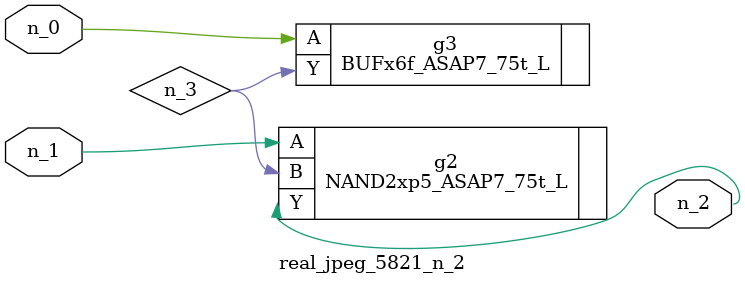
<source format=v>
module real_jpeg_5821_n_2 (n_1, n_0, n_2);

input n_1;
input n_0;

output n_2;

wire n_3;

BUFx6f_ASAP7_75t_L g3 ( 
.A(n_0),
.Y(n_3)
);

NAND2xp5_ASAP7_75t_L g2 ( 
.A(n_1),
.B(n_3),
.Y(n_2)
);


endmodule
</source>
